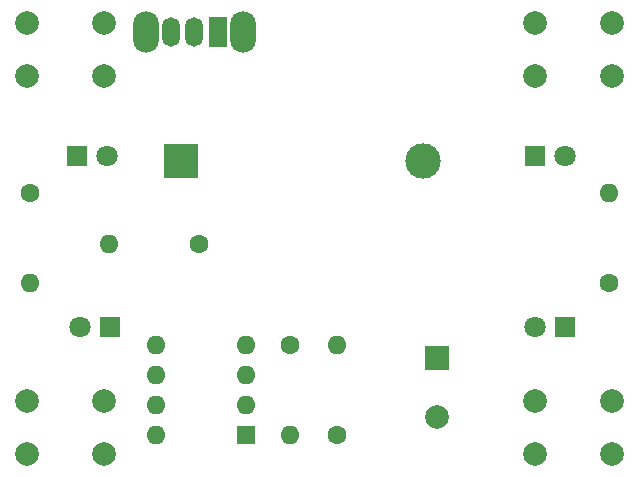
<source format=gts>
G04 #@! TF.GenerationSoftware,KiCad,Pcbnew,8.0.2*
G04 #@! TF.CreationDate,2024-05-03T14:22:57+02:00*
G04 #@! TF.ProjectId,Simon elab V2,53696d6f-6e20-4656-9c61-622056322e6b,rev?*
G04 #@! TF.SameCoordinates,Original*
G04 #@! TF.FileFunction,Soldermask,Top*
G04 #@! TF.FilePolarity,Negative*
%FSLAX46Y46*%
G04 Gerber Fmt 4.6, Leading zero omitted, Abs format (unit mm)*
G04 Created by KiCad (PCBNEW 8.0.2) date 2024-05-03 14:22:57*
%MOMM*%
%LPD*%
G01*
G04 APERTURE LIST*
%ADD10C,2.000000*%
%ADD11C,1.600000*%
%ADD12O,1.600000X1.600000*%
%ADD13R,1.600000X1.600000*%
%ADD14R,1.800000X1.800000*%
%ADD15C,1.800000*%
%ADD16R,3.000000X3.000000*%
%ADD17C,3.000000*%
%ADD18O,2.200000X3.500000*%
%ADD19R,1.500000X2.500000*%
%ADD20O,1.500000X2.500000*%
%ADD21R,2.000000X2.000000*%
G04 APERTURE END LIST*
D10*
X144750000Y-133750000D03*
X151250000Y-133750000D03*
X144750000Y-138250000D03*
X151250000Y-138250000D03*
D11*
X116310000Y-120500000D03*
D12*
X108690000Y-120500000D03*
D13*
X120300000Y-136620000D03*
D12*
X120300000Y-134080000D03*
X120300000Y-131540000D03*
X120300000Y-129000000D03*
X112680000Y-129000000D03*
X112680000Y-131540000D03*
X112680000Y-134080000D03*
X112680000Y-136620000D03*
D11*
X128000000Y-136620000D03*
D12*
X128000000Y-129000000D03*
D14*
X108775000Y-127500000D03*
D15*
X106235000Y-127500000D03*
D10*
X144750000Y-101750000D03*
X151250000Y-101750000D03*
X144750000Y-106250000D03*
X151250000Y-106250000D03*
D14*
X144725000Y-113000000D03*
D15*
X147265000Y-113000000D03*
D10*
X101750000Y-101750000D03*
X108250000Y-101750000D03*
X101750000Y-106250000D03*
X108250000Y-106250000D03*
X101750000Y-133750000D03*
X108250000Y-133750000D03*
X101750000Y-138250000D03*
X108250000Y-138250000D03*
D14*
X147275000Y-127500000D03*
D15*
X144735000Y-127500000D03*
D11*
X151000000Y-123810000D03*
D12*
X151000000Y-116190000D03*
D16*
X114750000Y-113499999D03*
D17*
X135240000Y-113499999D03*
D14*
X105960000Y-113000000D03*
D15*
X108500000Y-113000000D03*
D18*
X120000000Y-102500000D03*
X111800000Y-102500000D03*
D19*
X117900000Y-102500000D03*
D20*
X115900000Y-102500000D03*
X113900000Y-102500000D03*
D11*
X102000000Y-116190000D03*
D12*
X102000000Y-123810000D03*
D11*
X124000000Y-129000000D03*
D12*
X124000000Y-136620000D03*
D21*
X136500000Y-130129215D03*
D10*
X136500000Y-135129215D03*
M02*

</source>
